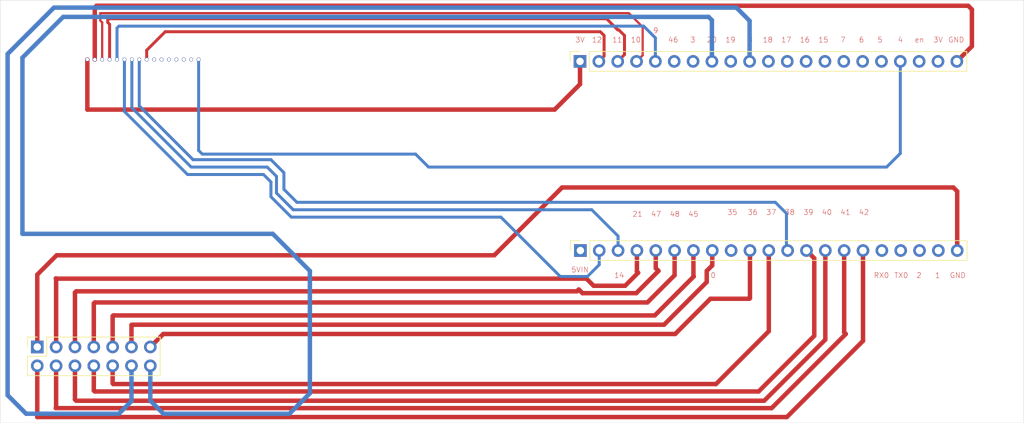
<source format=kicad_pcb>
(kicad_pcb (version 20241229) (generator "pcbnew") (generator_version "9.0")
  (layers (0 "F.Cu" signal) (2 "B.Cu" signal) (13 "F.Paste" user) (15 "B.Paste" user) (5 "F.SilkS" user "F.Silkscreen") (7 "B.SilkS" user "B.Silkscreen") (1 "F.Mask" user) (3 "B.Mask" user) (25 "Edge.Cuts" user))
  (net 0 "")
  (net 1 ".")
  (footprint "Connector_PinSocket_2.54mm:PinSocket_1x21_P2.54mm_Vertical" (layer "F.Cu") (at 157.72 109.75 90)
    (property "Reference" "REF**" (hide yes))
    (property "Value" "PinSocket_1x21_P2.54mm_Vertical" (hide yes))
    (fp_line (start 1.33 -1.33) (end 1.33 0) (stroke (width 0.12)) (layer "F.SilkS"))
    (fp_line (start 0 -1.33) (end 1.33 -1.33) (stroke (width 0.12)) (layer "F.SilkS"))
    (fp_line (start 1.33 1.27) (end 1.33 52.13) (stroke (width 0.12)) (layer "F.SilkS"))
    (fp_line (start -1.33 1.27) (end 1.33 1.27) (stroke (width 0.12)) (layer "F.SilkS"))
    (fp_line (start -1.33 1.27) (end -1.33 52.13) (stroke (width 0.12)) (layer "F.SilkS"))
    (fp_line (start -1.33 52.13) (end 1.33 52.13) (stroke (width 0.12)) (layer "F.SilkS"))
    (pad "1" thru_hole rect (at 0 0 90) (size 1.7 1.7) (drill 1) (layers "*.Cu" "*.Mask") (net 1 "."))
    (pad "2" thru_hole circle (at 0 2.54 90) (size 1.7 1.7) (drill 1) (layers "*.Cu" "*.Mask") (net 1 "."))
    (pad "3" thru_hole circle (at 0 5.08 90) (size 1.7 1.7) (drill 1) (layers "*.Cu" "*.Mask") (net 1 "."))
    (pad "4" thru_hole circle (at 0 7.62 90) (size 1.7 1.7) (drill 1) (layers "*.Cu" "*.Mask") (net 1 "."))
    (pad "5" thru_hole circle (at 0 10.16 90) (size 1.7 1.7) (drill 1) (layers "*.Cu" "*.Mask") (net 1 "."))
    (pad "6" thru_hole circle (at 0 12.7 90) (size 1.7 1.7) (drill 1) (layers "*.Cu" "*.Mask") (net 1 "."))
    (pad "7" thru_hole circle (at 0 15.24 90) (size 1.7 1.7) (drill 1) (layers "*.Cu" "*.Mask") (net 1 "."))
    (pad "8" thru_hole circle (at 0 17.78 90) (size 1.7 1.7) (drill 1) (layers "*.Cu" "*.Mask") (net 1 "."))
    (pad "9" thru_hole circle (at 0 20.32 90) (size 1.7 1.7) (drill 1) (layers "*.Cu" "*.Mask") (net 1 "."))
    (pad "10" thru_hole circle (at 0 22.86 90) (size 1.7 1.7) (drill 1) (layers "*.Cu" "*.Mask") (net 1 "."))
    (pad "11" thru_hole circle (at 0 25.4 90) (size 1.7 1.7) (drill 1) (layers "*.Cu" "*.Mask") (net 1 "."))
    (pad "12" thru_hole circle (at 0 27.94 90) (size 1.7 1.7) (drill 1) (layers "*.Cu" "*.Mask") (net 1 "."))
    (pad "13" thru_hole circle (at 0 30.48 90) (size 1.7 1.7) (drill 1) (layers "*.Cu" "*.Mask") (net 1 "."))
    (pad "14" thru_hole circle (at 0 33.02 90) (size 1.7 1.7) (drill 1) (layers "*.Cu" "*.Mask") (net 1 "."))
    (pad "15" thru_hole circle (at 0 35.56 90) (size 1.7 1.7) (drill 1) (layers "*.Cu" "*.Mask") (net 1 "."))
    (pad "16" thru_hole circle (at 0 38.1 90) (size 1.7 1.7) (drill 1) (layers "*.Cu" "*.Mask") (net 1 "."))
    (pad "17" thru_hole circle (at 0 40.64 90) (size 1.7 1.7) (drill 1) (layers "*.Cu" "*.Mask") (net 1 "."))
    (pad "18" thru_hole circle (at 0 43.18 90) (size 1.7 1.7) (drill 1) (layers "*.Cu" "*.Mask") (net 1 "."))
    (pad "19" thru_hole circle (at 0 45.72 90) (size 1.7 1.7) (drill 1) (layers "*.Cu" "*.Mask") (net 1 "."))
    (pad "20" thru_hole circle (at 0 48.26 90) (size 1.7 1.7) (drill 1) (layers "*.Cu" "*.Mask") (net 1 "."))
    (pad "21" thru_hole circle (at 0 50.8 90) (size 1.7 1.7) (drill 1) (layers "*.Cu" "*.Mask") (net 1 "."))
  )
  (footprint "Connector_PinSocket_2.54mm:PinSocket_2x07_P2.54mm_Vertical" (layer "F.Cu") (at 84.5 122.75 90)
    (property "Reference" "REF**" (hide yes))
    (property "Value" "PinSocket_2x07_P2.54mm_Vertical" (hide yes))
    (fp_line (start 1.33 -1.33) (end 1.33 0) (stroke (width 0.12)) (layer "F.SilkS"))
    (fp_line (start 0 -1.33) (end 1.33 -1.33) (stroke (width 0.12)) (layer "F.SilkS"))
    (fp_line (start -1.27 -1.33) (end -1.27 1.27) (stroke (width 0.12)) (layer "F.SilkS"))
    (fp_line (start -3.87 -1.33) (end -1.27 -1.33) (stroke (width 0.12)) (layer "F.SilkS"))
    (fp_line (start -3.87 -1.33) (end -3.87 16.57) (stroke (width 0.12)) (layer "F.SilkS"))
    (fp_line (start 1.33 1.27) (end 1.33 16.57) (stroke (width 0.12)) (layer "F.SilkS"))
    (fp_line (start -1.27 1.27) (end 1.33 1.27) (stroke (width 0.12)) (layer "F.SilkS"))
    (fp_line (start -3.87 16.57) (end 1.33 16.57) (stroke (width 0.12)) (layer "F.SilkS"))
    (pad "1" thru_hole rect (at 0 0 90) (size 1.7 1.7) (drill 1) (layers "*.Cu" "*.Mask") (net 1 "."))
    (pad "2" thru_hole circle (at -2.54 0 90) (size 1.7 1.7) (drill 1) (layers "*.Cu" "*.Mask") (net 1 "."))
    (pad "3" thru_hole circle (at 0 2.54 90) (size 1.7 1.7) (drill 1) (layers "*.Cu" "*.Mask") (net 1 "."))
    (pad "4" thru_hole circle (at -2.54 2.54 90) (size 1.7 1.7) (drill 1) (layers "*.Cu" "*.Mask") (net 1 "."))
    (pad "5" thru_hole circle (at 0 5.08 90) (size 1.7 1.7) (drill 1) (layers "*.Cu" "*.Mask") (net 1 "."))
    (pad "6" thru_hole circle (at -2.54 5.08 90) (size 1.7 1.7) (drill 1) (layers "*.Cu" "*.Mask") (net 1 "."))
    (pad "7" thru_hole circle (at 0 7.62 90) (size 1.7 1.7) (drill 1) (layers "*.Cu" "*.Mask") (net 1 "."))
    (pad "8" thru_hole circle (at -2.54 7.62 90) (size 1.7 1.7) (drill 1) (layers "*.Cu" "*.Mask") (net 1 "."))
    (pad "9" thru_hole circle (at 0 10.16 90) (size 1.7 1.7) (drill 1) (layers "*.Cu" "*.Mask") (net 1 "."))
    (pad "10" thru_hole circle (at -2.54 10.16 90) (size 1.7 1.7) (drill 1) (layers "*.Cu" "*.Mask") (net 1 "."))
    (pad "11" thru_hole circle (at 0 12.7 90) (size 1.7 1.7) (drill 1) (layers "*.Cu" "*.Mask") (net 1 "."))
    (pad "12" thru_hole circle (at -2.54 12.7 90) (size 1.7 1.7) (drill 1) (layers "*.Cu" "*.Mask"))
    (pad "13" thru_hole circle (at 0 15.24 90) (size 1.7 1.7) (drill 1) (layers "*.Cu" "*.Mask") (net 1 "."))
    (pad "14" thru_hole circle (at -2.54 15.24 90) (size 1.7 1.7) (drill 1) (layers "*.Cu" "*.Mask"))
  )
  (footprint "MountingHole:MountingHole_2.5mm" (layer "F.Cu") (at 90.75 99.25)
    (property "Reference" "REF**" (hide yes))
    (property "Value" "MountingHole_2.5mm" (hide yes))
    (pad "" np_thru_hole circle (at 0 0) (size 13 13) (drill 13) (layers "*.Cu" "*.Mask"))
  )
  (footprint "Connector_PinSocket_2.54mm:PinSocket_1x21_P2.54mm_Vertical" (layer "F.Cu") (at 157.67 84.25 90)
    (property "Reference" "REF**" (hide yes))
    (property "Value" "PinSocket_1x21_P2.54mm_Vertical" (hide yes))
    (fp_line (start 1.33 -1.33) (end 1.33 0) (stroke (width 0.12)) (layer "F.SilkS"))
    (fp_line (start 0 -1.33) (end 1.33 -1.33) (stroke (width 0.12)) (layer "F.SilkS"))
    (fp_line (start 1.33 1.27) (end 1.33 52.13) (stroke (width 0.12)) (layer "F.SilkS"))
    (fp_line (start -1.33 1.27) (end 1.33 1.27) (stroke (width 0.12)) (layer "F.SilkS"))
    (fp_line (start -1.33 1.27) (end -1.33 52.13) (stroke (width 0.12)) (layer "F.SilkS"))
    (fp_line (start -1.33 52.13) (end 1.33 52.13) (stroke (width 0.12)) (layer "F.SilkS"))
    (pad "1" thru_hole rect (at 0 0 90) (size 1.7 1.7) (drill 1) (layers "*.Cu" "*.Mask"))
    (pad "2" thru_hole circle (at 0 2.54 90) (size 1.7 1.7) (drill 1) (layers "*.Cu" "*.Mask"))
    (pad "3" thru_hole circle (at 0 5.08 90) (size 1.7 1.7) (drill 1) (layers "*.Cu" "*.Mask"))
    (pad "4" thru_hole circle (at 0 7.62 90) (size 1.7 1.7) (drill 1) (layers "*.Cu" "*.Mask"))
    (pad "5" thru_hole circle (at 0 10.16 90) (size 1.7 1.7) (drill 1) (layers "*.Cu" "*.Mask"))
    (pad "6" thru_hole circle (at 0 12.7 90) (size 1.7 1.7) (drill 1) (layers "*.Cu" "*.Mask"))
    (pad "7" thru_hole circle (at 0 15.24 90) (size 1.7 1.7) (drill 1) (layers "*.Cu" "*.Mask"))
    (pad "8" thru_hole circle (at 0 17.78 90) (size 1.7 1.7) (drill 1) (layers "*.Cu" "*.Mask"))
    (pad "9" thru_hole circle (at 0 20.32 90) (size 1.7 1.7) (drill 1) (layers "*.Cu" "*.Mask"))
    (pad "10" thru_hole circle (at 0 22.86 90) (size 1.7 1.7) (drill 1) (layers "*.Cu" "*.Mask"))
    (pad "11" thru_hole circle (at 0 25.4 90) (size 1.7 1.7) (drill 1) (layers "*.Cu" "*.Mask"))
    (pad "12" thru_hole circle (at 0 27.94 90) (size 1.7 1.7) (drill 1) (layers "*.Cu" "*.Mask"))
    (pad "13" thru_hole circle (at 0 30.48 90) (size 1.7 1.7) (drill 1) (layers "*.Cu" "*.Mask"))
    (pad "14" thru_hole circle (at 0 33.02 90) (size 1.7 1.7) (drill 1) (layers "*.Cu" "*.Mask"))
    (pad "15" thru_hole circle (at 0 35.56 90) (size 1.7 1.7) (drill 1) (layers "*.Cu" "*.Mask"))
    (pad "16" thru_hole circle (at 0 38.1 90) (size 1.7 1.7) (drill 1) (layers "*.Cu" "*.Mask"))
    (pad "17" thru_hole circle (at 0 40.64 90) (size 1.7 1.7) (drill 1) (layers "*.Cu" "*.Mask"))
    (pad "18" thru_hole circle (at 0 43.18 90) (size 1.7 1.7) (drill 1) (layers "*.Cu" "*.Mask"))
    (pad "19" thru_hole circle (at 0 45.72 90) (size 1.7 1.7) (drill 1) (layers "*.Cu" "*.Mask"))
    (pad "20" thru_hole circle (at 0 48.26 90) (size 1.7 1.7) (drill 1) (layers "*.Cu" "*.Mask"))
    (pad "21" thru_hole circle (at 0 50.8 90) (size 1.7 1.7) (drill 1) (layers "*.Cu" "*.Mask"))
  )
  (gr_line (start 217.5 76) (end 79.5 76) (stroke (width 0.05)) (layer "Edge.Cuts"))
  (gr_line (start 217.5 133) (end 217.5 76) (stroke (width 0.05)) (layer "Edge.Cuts"))
  (gr_line (start 217.5 133) (end 79.5 133) (stroke (width 0.05)) (layer "Edge.Cuts"))
  (gr_line (start 79.5 76) (end 79.5 133) (stroke (width 0.05)) (layer "Edge.Cuts"))
  (gr_text "en" (at 202.78 81.75 0) (layer "F.Cu") (effects (font (size 0.7 0.7) (thickness 0.05)) (justify left bottom)))
  (gr_text "11" (at 162 81.75 0) (layer "F.Cu") (effects (font (size 0.7 0.7) (thickness 0.05)) (justify left bottom)))
  (gr_text "19" (at 177.25 81.75 0) (layer "F.Cu") (effects (font (size 0.7 0.7) (thickness 0.05)) (justify left bottom)))
  (gr_text "14" (at 162.25 113.5 0) (layer "F.Cu") (effects (font (size 0.7 0.7) (thickness 0.05)) (justify left bottom)))
  (gr_text "21" (at 164.72 105.25 0) (layer "F.Cu") (effects (font (size 0.7 0.7) (thickness 0.05)) (justify left bottom)))
  (gr_text "40" (at 190.25 105 0) (layer "F.Cu") (effects (font (size 0.7 0.7) (thickness 0.05)) (justify left bottom)))
  (gr_text "39" (at 187.75 105 0) (layer "F.Cu") (effects (font (size 0.7 0.7) (thickness 0.05)) (justify left bottom)))
  (gr_text "6" (at 195.25 81.75 0) (layer "F.Cu") (effects (font (size 0.7 0.7) (thickness 0.05)) (justify left bottom)))
  (gr_text "42\n" (at 195.25 105 0) (layer "F.Cu") (effects (font (size 0.7 0.7) (thickness 0.05)) (justify left bottom)))
  (gr_text "46" (at 169.53 81.75 0) (layer "F.Cu") (effects (font (size 0.7 0.7) (thickness 0.05)) (justify left bottom)))
  (gr_text "TX0" (at 200 113.5 0) (layer "F.Cu") (effects (font (size 0.7 0.7) (thickness 0.05)) (justify left bottom)))
  (gr_text "3V" (at 205.28 81.75 0) (layer "F.Cu") (effects (font (size 0.7 0.7) (thickness 0.05)) (justify left bottom)))
  (gr_text "8" (at 180.25 81.75 0) (layer "F.Cu") (effects (font (size 0.7 0.7) (thickness 0.05)) (justify left bottom)))
  (gr_text "7" (at 192.75 81.75 0) (layer "F.Cu") (effects (font (size 0.7 0.7) (thickness 0.05)) (justify left bottom)))
  (gr_text "1" (at 205.5 113.5 0) (layer "F.Cu") (effects (font (size 0.7 0.7) (thickness 0.05)) (justify left bottom)))
  (gr_text "GND" (at 207.5 113.5 0) (layer "F.Cu") (effects (font (size 0.7 0.7) (thickness 0.05)) (justify left bottom)))
  (gr_text "37" (at 182.75 105 0) (layer "F.Cu") (effects (font (size 0.7 0.7) (thickness 0.05)) (justify left bottom)))
  (gr_text "36" (at 180.25 105 0) (layer "F.Cu") (effects (font (size 0.7 0.7) (thickness 0.05)) (justify left bottom)))
  (gr_text "17" (at 184.78 81.75 0) (layer "F.Cu") (effects (font (size 0.7 0.7) (thickness 0.05)) (justify left bottom)))
  (gr_text "3V" (at 157 81.75 0) (layer "F.Cu") (effects (font (size 0.7 0.7) (thickness 0.05)) (justify left bottom)))
  (gr_text "12" (at 159.25 81.75 0) (layer "F.Cu") (effects (font (size 0.7 0.7) (thickness 0.05)) (justify left bottom)))
  (gr_text "38" (at 185.25 105 0) (layer "F.Cu") (effects (font (size 0.7 0.7) (thickness 0.05)) (justify left bottom)))
  (gr_text "10" (at 164.5 81.75 0) (layer "F.Cu") (effects (font (size 0.7 0.7) (thickness 0.05)) (justify left bottom)))
  (gr_text "0" (at 175.25 113.5 0) (layer "F.Cu") (effects (font (size 0.7 0.7) (thickness 0.05)) (justify left bottom)))
  (gr_text "2" (at 203 113.5 0) (layer "F.Cu") (effects (font (size 0.7 0.7) (thickness 0.05)) (justify left bottom)))
  (gr_text "3" (at 172.5 81.75 0) (layer "F.Cu") (effects (font (size 0.7 0.7) (thickness 0.05)) (justify left bottom)))
  (gr_text "35" (at 177.5 105 0) (layer "F.Cu") (effects (font (size 0.7 0.7) (thickness 0.05)) (justify left bottom)))
  (gr_text "RX0" (at 197.25 113.5 0) (layer "F.Cu") (effects (font (size 0.7 0.7) (thickness 0.05)) (justify left bottom)))
  (gr_text "41" (at 192.75 105 0) (layer "F.Cu") (effects (font (size 0.7 0.7) (thickness 0.05)) (justify left bottom)))
  (gr_text "5VIN" (at 156.47 112.75 0) (layer "F.Cu") (effects (font (size 0.7 0.7) (thickness 0.05)) (justify left bottom)))
  (gr_text "45" (at 172.25 105.25 0) (layer "F.Cu") (effects (font (size 0.7 0.7) (thickness 0.05)) (justify left bottom)))
  (gr_text "18" (at 182.28 81.75 0) (layer "F.Cu") (effects (font (size 0.7 0.7) (thickness 0.05)) (justify left bottom)))
  (gr_text "48" (at 169.75 105.25 0) (layer "F.Cu") (effects (font (size 0.7 0.7) (thickness 0.05)) (justify left bottom)))
  (gr_text "5" (at 197.75 81.75 0) (layer "F.Cu") (effects (font (size 0.7 0.7) (thickness 0.05)) (justify left bottom)))
  (gr_text "GND" (at 207.28 81.75 0) (layer "F.Cu") (effects (font (size 0.7 0.7) (thickness 0.05)) (justify left bottom)))
  (gr_text "15" (at 189.78 81.75 0) (layer "F.Cu") (effects (font (size 0.7 0.7) (thickness 0.05)) (justify left bottom)))
  (gr_text "9" (at 167.5 80.5 0) (layer "F.Cu") (effects (font (size 0.7 0.7) (thickness 0.05)) (justify left bottom)))
  (gr_text "20" (at 174.75 81.75 0) (layer "F.Cu") (effects (font (size 0.7 0.7) (thickness 0.05)) (justify left bottom)))
  (gr_text "4" (at 200.5 81.75 0) (layer "F.Cu") (effects (font (size 0.7 0.7) (thickness 0.05)) (justify left bottom)))
  (gr_text "47" (at 167.22 105.25 0) (layer "F.Cu") (effects (font (size 0.7 0.7) (thickness 0.05)) (justify left bottom)))
  (gr_text "16" (at 187.28 81.75 0) (layer "F.Cu") (effects (font (size 0.7 0.7) (thickness 0.05)) (justify left bottom)))
  (segment (start 160.915629 80.763898) (end 160.915629 83.544371) (width 0.4) (layer "F.Cu") (net 0))
  (segment (start 93 77.75) (end 164.25 77.75) (width 0.3) (layer "F.Cu") (net 0))
  (segment (start 166.11551 83.42449) (end 165.29 84.25) (width 0.3) (layer "F.Cu") (net 0))
  (segment (start 93.25 79) (end 93 78.75) (width 0.3) (layer "F.Cu") (net 0))
  (segment (start 160.401731 80.25) (end 160.915629 80.763898) (width 0.4) (layer "F.Cu") (net 0))
  (segment (start 94 78.5) (end 161.25 78.5) (width 0.4) (layer "F.Cu") (net 0))
  (segment (start 93 78.75) (end 93 77.75) (width 0.3) (layer "F.Cu") (net 0))
  (segment (start 160.915629 83.544371) (end 160.21 84.25) (width 0.4) (layer "F.Cu") (net 0))
  (segment (start 162.75 80) (end 162.899709 80) (width 0.4) (layer "F.Cu") (net 0))
  (segment (start 157.67 87.33) (end 157.67 84.25) (width 0.6) (layer "F.Cu") (net 0))
  (segment (start 154.25 90.75) (end 157.67 87.33) (width 0.6) (layer "F.Cu") (net 0))
  (segment (start 164.25 77.75) (end 166.11551 79.61551) (width 0.3) (layer "F.Cu") (net 0))
  (segment (start 163.663894 83.336106) (end 162.75 84.25) (width 0.4) (layer "F.Cu") (net 0))
  (segment (start 92.25 77) (end 92.5 76.75) (width 0.6) (layer "F.Cu") (net 0))
  (segment (start 99.25 82.75) (end 101.75 80.25) (width 0.4) (layer "F.Cu") (net 0))
  (segment (start 161.25 78.5) (end 162.75 80) (width 0.4) (layer "F.Cu") (net 0))
  (segment (start 210.5 82.22) (end 208.47 84.25) (width 0.6) (layer "F.Cu") (net 0))
  (segment (start 91.25 84) (end 91.25 90.75) (width 0.6) (layer "F.Cu") (net 0))
  (segment (start 210 76.75) (end 210.5 77.25) (width 0.6) (layer "F.Cu") (net 0))
  (segment (start 91.25 90.75) (end 154.25 90.75) (width 0.6) (layer "F.Cu") (net 0))
  (segment (start 163.663894 80.764185) (end 163.663894 83.336106) (width 0.4) (layer "F.Cu") (net 0))
  (segment (start 92.25 84) (end 92.25 77) (width 0.6) (layer "F.Cu") (net 0))
  (segment (start 162.899709 80) (end 163.663894 80.764185) (width 0.4) (layer "F.Cu") (net 0))
  (segment (start 92.5 76.75) (end 210 76.75) (width 0.6) (layer "F.Cu") (net 0))
  (segment (start 93.25 84) (end 93.25 79) (width 0.3) (layer "F.Cu") (net 0))
  (segment (start 99.25 84) (end 99.25 82.75) (width 0.4) (layer "F.Cu") (net 0))
  (segment (start 94.25 79.25) (end 94 79) (width 0.4) (layer "F.Cu") (net 0))
  (segment (start 94.25 84) (end 94.25 79.25) (width 0.4) (layer "F.Cu") (net 0))
  (segment (start 210.5 77.25) (end 210.5 82.22) (width 0.6) (layer "F.Cu") (net 0))
  (segment (start 101.75 80.25) (end 160.401731 80.25) (width 0.4) (layer "F.Cu") (net 0))
  (segment (start 166.11551 79.61551) (end 166.11551 83.42449) (width 0.3) (layer "F.Cu") (net 0))
  (segment (start 94 79) (end 94 78.5) (width 0.4) (layer "F.Cu") (net 0))
  (via (at 93.25 84) (size 0.5) (drill 0.4) (layers "F.Cu" "B.Cu") (net 0))
  (via (at 105.25 84) (size 0.5) (drill 0.4) (layers "F.Cu" "B.Cu") (net 0))
  (via (at 99.25 84) (size 0.5) (drill 0.4) (layers "F.Cu" "B.Cu") (net 0))
  (via (at 91.25 84) (size 0.5) (drill 0.4) (layers "F.Cu" "B.Cu") (net 0))
  (via (at 99.25 84) (size 0.5) (drill 0.4) (layers "F.Cu" "B.Cu") (net 0))
  (via (at 92.25 84) (size 0.5) (drill 0.4) (layers "F.Cu" "B.Cu") (net 0))
  (via (at 103.25 84) (size 0.5) (drill 0.4) (layers "F.Cu" "B.Cu") (net 0))
  (via (at 100.25 84) (size 0.5) (drill 0.4) (layers "F.Cu" "B.Cu") (net 0))
  (via (at 106.25 84) (size 0.5) (drill 0.4) (layers "F.Cu" "B.Cu") (net 0))
  (via (at 102.25 84) (size 0.5) (drill 0.4) (layers "F.Cu" "B.Cu") (net 0))
  (via (at 104.25 84) (size 0.5) (drill 0.4) (layers "F.Cu" "B.Cu") (net 0))
  (via (at 103.25 84) (size 0.5) (drill 0.4) (layers "F.Cu" "B.Cu") (net 0))
  (via (at 95.25 84) (size 0.5) (drill 0.4) (layers "F.Cu" "B.Cu") (net 0))
  (via (at 94.25 84) (size 0.5) (drill 0.4) (layers "F.Cu" "B.Cu") (net 0))
  (via (at 106.25 84) (size 0.5) (drill 0.4) (layers "F.Cu" "B.Cu") (net 0))
  (via (at 104.25 84) (size 0.5) (drill 0.4) (layers "F.Cu" "B.Cu") (net 0))
  (via (at 93.25 84) (size 0.5) (drill 0.4) (layers "F.Cu" "B.Cu") (net 0))
  (via (at 92.25 84) (size 0.5) (drill 0.4) (layers "F.Cu" "B.Cu") (net 0))
  (via (at 95.25 84) (size 0.5) (drill 0.4) (layers "F.Cu" "B.Cu") (net 0))
  (via (at 102.25 84) (size 0.5) (drill 0.4) (layers "F.Cu" "B.Cu") (net 0))
  (via (at 100.25 84) (size 0.5) (drill 0.4) (layers "F.Cu" "B.Cu") (net 0))
  (via (at 101.25 84) (size 0.5) (drill 0.4) (layers "F.Cu" "B.Cu") (net 0))
  (via (at 94.25 84) (size 0.5) (drill 0.4) (layers "F.Cu" "B.Cu") (net 0))
  (via (at 91.25 84) (size 0.5) (drill 0.4) (layers "F.Cu" "B.Cu") (net 0))
  (via (at 101.25 84) (size 0.5) (drill 0.4) (layers "F.Cu" "B.Cu") (net 0))
  (via (at 105.25 84) (size 0.5) (drill 0.4) (layers "F.Cu" "B.Cu") (net 0))
  (segment (start 97.2 125.29) (end 97.2 130.05) (width 0.6) (layer "B.Cu") (net 0))
  (segment (start 95.25 79.75) (end 95.5 79.5) (width 0.4) (layer "B.Cu") (net 0))
  (segment (start 167.83 81.08) (end 167.83 84.25) (width 0.4) (layer "B.Cu") (net 0))
  (segment (start 83 131.75) (end 80.5 129.25) (width 0.6) (layer "B.Cu") (net 0))
  (segment (start 95.5 79.5) (end 166.25 79.5) (width 0.4) (layer "B.Cu") (net 0))
  (segment (start 135.5 96.75) (end 137.25 98.5) (width 0.4) (layer "B.Cu") (net 0))
  (segment (start 95.25 84) (end 95.25 79.75) (width 0.4) (layer "B.Cu") (net 0))
  (segment (start 116.25 107.5) (end 82.5 107.5) (width 0.6) (layer "B.Cu") (net 0))
  (segment (start 80.5 129.25) (end 80.5 83.25) (width 0.6) (layer "B.Cu") (net 0))
  (segment (start 175 78.25) (end 175.45 78.7) (width 0.6) (layer "B.Cu") (net 0))
  (segment (start 175.45 78.7) (end 175.45 84.25) (width 0.6) (layer "B.Cu") (net 0))
  (segment (start 101.5 131.75) (end 118.5 131.75) (width 0.6) (layer "B.Cu") (net 0))
  (segment (start 99.74 129.99) (end 101.5 131.75) (width 0.6) (layer "B.Cu") (net 0))
  (segment (start 200.75 96.75) (end 200.85 96.65) (width 0.4) (layer "B.Cu") (net 0))
  (segment (start 121.25 112.5) (end 116.25 107.5) (width 0.6) (layer "B.Cu") (net 0))
  (segment (start 88 78.25) (end 175 78.25) (width 0.6) (layer "B.Cu") (net 0))
  (segment (start 199 98.5) (end 200.75 96.75) (width 0.4) (layer "B.Cu") (net 0))
  (segment (start 106.25 96.25) (end 106.75 96.75) (width 0.4) (layer "B.Cu") (net 0))
  (segment (start 137.25 98.5) (end 199 98.5) (width 0.4) (layer "B.Cu") (net 0))
  (segment (start 86.75 77) (end 178.75 77) (width 0.6) (layer "B.Cu") (net 0))
  (segment (start 106.75 96.75) (end 135.5 96.75) (width 0.4) (layer "B.Cu") (net 0))
  (segment (start 121.25 129) (end 121.25 112.5) (width 0.6) (layer "B.Cu") (net 0))
  (segment (start 97.2 130.05) (end 95.5 131.75) (width 0.6) (layer "B.Cu") (net 0))
  (segment (start 180.53 78.78) (end 180.53 84.25) (width 0.6) (layer "B.Cu") (net 0))
  (segment (start 106.25 84) (end 106.25 96.25) (width 0.4) (layer "B.Cu") (net 0))
  (segment (start 118.5 131.75) (end 121.25 129) (width 0.6) (layer "B.Cu") (net 0))
  (segment (start 99.74 125.29) (end 99.74 129.99) (width 0.6) (layer "B.Cu") (net 0))
  (segment (start 95.5 131.75) (end 83 131.75) (width 0.6) (layer "B.Cu") (net 0))
  (segment (start 200.85 96.65) (end 200.85 84.25) (width 0.4) (layer "B.Cu") (net 0))
  (segment (start 166.25 79.5) (end 167.83 81.08) (width 0.4) (layer "B.Cu") (net 0))
  (segment (start 80.5 83.25) (end 86.75 77) (width 0.6) (layer "B.Cu") (net 0))
  (segment (start 178.75 77) (end 180.53 78.78) (width 0.6) (layer "B.Cu") (net 0))
  (segment (start 82.5 83.75) (end 88 78.25) (width 0.6) (layer "B.Cu") (net 0))
  (segment (start 82.5 107.5) (end 82.5 83.75) (width 0.6) (layer "B.Cu") (net 0))
  (segment (start 94.75 118.5) (end 167.75 118.5) (width 0.6) (layer "F.Cu") (net 1))
  (segment (start 158.54 113.54) (end 159.5 114.5) (width 0.6) (layer "F.Cu") (net 1))
  (segment (start 175.25 116.25) (end 180.5 116.25) (width 0.6) (layer "F.Cu") (net 1))
  (segment (start 87.04 130.96) (end 87 131) (width 0.6) (layer "F.Cu") (net 1))
  (segment (start 97.25 119.75) (end 169 119.75) (width 0.6) (layer "F.Cu") (net 1))
  (segment (start 168.25 112.5) (end 167.88 112.13) (width 0.6) (layer "F.Cu") (net 1))
  (segment (start 183.12 120.63) (end 183.12 109.75) (width 0.6) (layer "F.Cu") (net 1))
  (segment (start 193.5 121) (end 193.28 120.78) (width 0.6) (layer "F.Cu") (net 1))
  (segment (start 87.04 113.54) (end 87 113.5) (width 0.6) (layer "F.Cu") (net 1))
  (segment (start 92.12 122.75) (end 92.12 116.88) (width 0.6) (layer "F.Cu") (net 1))
  (segment (start 176 127.75) (end 183.12 120.63) (width 0.6) (layer "F.Cu") (net 1))
  (segment (start 173 113.25) (end 172.96 113.21) (width 0.6) (layer "F.Cu") (net 1))
  (segment (start 178 109.79) (end 178.04 109.75) (width 0.6) (layer "F.Cu") (net 1))
  (segment (start 84.5 113) (end 87.109 110.391) (width 0.6) (layer "F.Cu") (net 1))
  (segment (start 159.5 114.5) (end 163.75 114.5) (width 0.6) (layer "F.Cu") (net 1))
  (segment (start 89.58 129.83) (end 89.75 130) (width 0.6) (layer "F.Cu") (net 1))
  (segment (start 208 101.25) (end 208.52 101.77) (width 0.6) (layer "F.Cu") (net 1))
  (segment (start 180.5 116.25) (end 180.58 116.17) (width 0.6) (layer "F.Cu") (net 1))
  (segment (start 89.75 115.25) (end 157.25 115.25) (width 0.6) (layer "F.Cu") (net 1))
  (segment (start 185.551 132.199) (end 195.82 121.93) (width 0.6) (layer "F.Cu") (net 1))
  (segment (start 193.28 120.78) (end 193.28 109.75) (width 0.6) (layer "F.Cu") (net 1))
  (segment (start 170.42 113.08) (end 170.42 109.75) (width 0.6) (layer "F.Cu") (net 1))
  (segment (start 183.5 131) (end 193.5 121) (width 0.6) (layer "F.Cu") (net 1))
  (segment (start 158 115.5) (end 165.25 115.5) (width 0.6) (layer "F.Cu") (net 1))
  (segment (start 94.66 125.29) (end 94.66 127.66) (width 0.6) (layer "F.Cu") (net 1))
  (segment (start 181.75 128.75) (end 189.25 121.25) (width 0.6) (layer "F.Cu") (net 1))
  (segment (start 189.25 110.8) (end 188.2 109.75) (width 0.6) (layer "F.Cu") (net 1))
  (segment (start 87.04 125.29) (end 87.04 130.96) (width 0.6) (layer "F.Cu") (net 1))
  (segment (start 87.04 113.54) (end 158.54 113.54) (width 0.6) (layer "F.Cu") (net 1))
  (segment (start 208.52 101.77) (end 208.52 109.75) (width 0.6) (layer "F.Cu") (net 1))
  (segment (start 157.5 115) (end 158 115.5) (width 0.6) (layer "F.Cu") (net 1))
  (segment (start 87 131) (end 183.5 131) (width 0.6) (layer "F.Cu") (net 1))
  (segment (start 92.12 128.62) (end 92.25 128.75) (width 0.6) (layer "F.Cu") (net 1))
  (segment (start 195.82 121.93) (end 195.82 109.75) (width 0.6) (layer "F.Cu") (net 1))
  (segment (start 190.74 121.76) (end 190.74 109.75) (width 0.6) (layer "F.Cu") (net 1))
  (segment (start 167.75 118.5) (end 173 113.25) (width 0.6) (layer "F.Cu") (net 1))
  (segment (start 174.75 112.5) (end 175.5 111.75) (width 0.6) (layer "F.Cu") (net 1))
  (segment (start 165.34 112.59) (end 165.34 109.75) (width 0.6) (layer "F.Cu") (net 1))
  (segment (start 89.58 125.29) (end 89.58 129.83) (width 0.6) (layer "F.Cu") (net 1))
  (segment (start 165.25 115.5) (end 168.25 112.5) (width 0.6) (layer "F.Cu") (net 1))
  (segment (start 157.25 115.25) (end 157.5 115) (width 0.6) (layer "F.Cu") (net 1))
  (segment (start 146.109 110.391) (end 155.25 101.25) (width 0.6) (layer "F.Cu") (net 1))
  (segment (start 165.5 112.75) (end 165.34 112.59) (width 0.6) (layer "F.Cu") (net 1))
  (segment (start 87.04 122.75) (end 87.04 113.54) (width 0.6) (layer "F.Cu") (net 1))
  (segment (start 97.2 122.75) (end 97.2 119.8) (width 0.6) (layer "F.Cu") (net 1))
  (segment (start 94.75 127.75) (end 176 127.75) (width 0.6) (layer "F.Cu") (net 1))
  (segment (start 155.25 101.25) (end 208 101.25) (width 0.6) (layer "F.Cu") (net 1))
  (segment (start 166.75 116.75) (end 170.42 113.08) (width 0.6) (layer "F.Cu") (net 1))
  (segment (start 172.96 113.21) (end 172.96 109.75) (width 0.6) (layer "F.Cu") (net 1))
  (segment (start 101.49 121) (end 170.5 121) (width 0.6) (layer "F.Cu") (net 1))
  (segment (start 89.58 122.75) (end 89.58 115.42) (width 0.6) (layer "F.Cu") (net 1))
  (segment (start 97.2 119.8) (end 97.25 119.75) (width 0.6) (layer "F.Cu") (net 1))
  (segment (start 94.66 122.75) (end 94.66 118.59) (width 0.6) (layer "F.Cu") (net 1))
  (segment (start 84.5 122.75) (end 84.5 113) (width 0.6) (layer "F.Cu") (net 1))
  (segment (start 89.75 130) (end 182.5 130) (width 0.6) (layer "F.Cu") (net 1))
  (segment (start 175.5 111.75) (end 175.5 109.75) (width 0.6) (layer "F.Cu") (net 1))
  (segment (start 94.66 118.59) (end 94.75 118.5) (width 0.6) (layer "F.Cu") (net 1))
  (segment (start 170.5 121) (end 175.25 116.25) (width 0.6) (layer "F.Cu") (net 1))
  (segment (start 92.12 116.88) (end 92.25 116.75) (width 0.6) (layer "F.Cu") (net 1))
  (segment (start 94.66 127.66) (end 94.75 127.75) (width 0.6) (layer "F.Cu") (net 1))
  (segment (start 174.75 114) (end 174.75 112.5) (width 0.6) (layer "F.Cu") (net 1))
  (segment (start 89.58 115.42) (end 89.75 115.25) (width 0.6) (layer "F.Cu") (net 1))
  (segment (start 99.74 122.75) (end 101.49 121) (width 0.6) (layer "F.Cu") (net 1))
  (segment (start 84.5 125.29) (end 84.5 132.199) (width 0.6) (layer "F.Cu") (net 1))
  (segment (start 167.88 112.13) (end 167.88 109.75) (width 0.6) (layer "F.Cu") (net 1))
  (segment (start 92.25 116.75) (end 166.75 116.75) (width 0.6) (layer "F.Cu") (net 1))
  (segment (start 169 119.75) (end 174.75 114) (width 0.6) (layer "F.Cu") (net 1))
  (segment (start 92.25 128.75) (end 181.75 128.75) (width 0.6) (layer "F.Cu") (net 1))
  (segment (start 84.5 132.199) (end 185.551 132.199) (width 0.6) (layer "F.Cu") (net 1))
  (segment (start 180.58 116.17) (end 180.58 109.75) (width 0.6) (layer "F.Cu") (net 1))
  (segment (start 92.12 125.29) (end 92.12 128.62) (width 0.6) (layer "F.Cu") (net 1))
  (segment (start 182.5 130) (end 190.74 121.76) (width 0.6) (layer "F.Cu") (net 1))
  (segment (start 87.109 110.391) (end 146.109 110.391) (width 0.6) (layer "F.Cu") (net 1))
  (segment (start 163.75 114.5) (end 165.5 112.75) (width 0.6) (layer "F.Cu") (net 1))
  (segment (start 189.25 121.25) (end 189.25 110.8) (width 0.6) (layer "F.Cu") (net 1))
  (via (at 96.25 84) (size 0.5) (drill 0.4) (layers "F.Cu" "B.Cu") (net 1))
  (via (at 98.25 84) (size 0.5) (drill 0.4) (layers "F.Cu" "B.Cu") (net 1))
  (via (at 97.25 84) (size 0.5) (drill 0.4) (layers "F.Cu" "B.Cu") (net 1))
  (via (at 97.25 84) (size 0.5) (drill 0.4) (layers "F.Cu" "B.Cu") (net 1))
  (via (at 96.25 84) (size 0.5) (drill 0.4) (layers "F.Cu" "B.Cu") (net 1))
  (via (at 98.25 84) (size 0.5) (drill 0.4) (layers "F.Cu" "B.Cu") (net 1))
  (segment (start 96.25 91) (end 104.75 99.5) (width 0.4) (layer "B.Cu") (net 1))
  (segment (start 155 113.25) (end 158.670603 113.25) (width 0.4) (layer "B.Cu") (net 1))
  (segment (start 119.5 103.25) (end 184 103.25) (width 0.4) (layer "B.Cu") (net 1))
  (segment (start 118.75 105.25) (end 147 105.25) (width 0.4) (layer "B.Cu") (net 1))
  (segment (start 160.26 111.660603) (end 160.26 109.75) (width 0.4) (layer "B.Cu") (net 1))
  (segment (start 98.25 84) (end 98.25 90.25) (width 0.4) (layer "B.Cu") (net 1))
  (segment (start 119 104.25) (end 159.25 104.25) (width 0.4) (layer "B.Cu") (net 1))
  (segment (start 105.5 97.5) (end 116 97.5) (width 0.4) (layer "B.Cu") (net 1))
  (segment (start 162.8 107.8) (end 162.8 109.75) (width 0.4) (layer "B.Cu") (net 1))
  (segment (start 147 105.25) (end 155 113.25) (width 0.4) (layer "B.Cu") (net 1))
  (segment (start 97.25 90.5) (end 105.25 98.5) (width 0.4) (layer "B.Cu") (net 1))
  (segment (start 116.75 99.75) (end 116.75 102) (width 0.4) (layer "B.Cu") (net 1))
  (segment (start 115 99.5) (end 116 100.5) (width 0.4) (layer "B.Cu") (net 1))
  (segment (start 115.5 98.5) (end 116.75 99.75) (width 0.4) (layer "B.Cu") (net 1))
  (segment (start 96.25 84) (end 96.25 91) (width 0.4) (layer "B.Cu") (net 1))
  (segment (start 98.25 90.25) (end 105.5 97.5) (width 0.4) (layer "B.Cu") (net 1))
  (segment (start 116 100.5) (end 116 102.5) (width 0.4) (layer "B.Cu") (net 1))
  (segment (start 97.25 84) (end 97.25 90.5) (width 0.4) (layer "B.Cu") (net 1))
  (segment (start 159.25 104.25) (end 162.8 107.8) (width 0.4) (layer "B.Cu") (net 1))
  (segment (start 184 103.25) (end 185.5 104.75) (width 0.4) (layer "B.Cu") (net 1))
  (segment (start 116.75 102) (end 119 104.25) (width 0.4) (layer "B.Cu") (net 1))
  (segment (start 185.5 109.59) (end 185.66 109.75) (width 0.4) (layer "B.Cu") (net 1))
  (segment (start 158.670603 113.25) (end 160.26 111.660603) (width 0.4) (layer "B.Cu") (net 1))
  (segment (start 116 102.5) (end 118.75 105.25) (width 0.4) (layer "B.Cu") (net 1))
  (segment (start 104.75 99.5) (end 115 99.5) (width 0.4) (layer "B.Cu") (net 1))
  (segment (start 105.25 98.5) (end 115.5 98.5) (width 0.4) (layer "B.Cu") (net 1))
  (segment (start 116 97.5) (end 117.75 99.25) (width 0.4) (layer "B.Cu") (net 1))
  (segment (start 117.75 99.25) (end 117.75 101.5) (width 0.4) (layer "B.Cu") (net 1))
  (segment (start 117.75 101.5) (end 119.5 103.25) (width 0.4) (layer "B.Cu") (net 1))
  (segment (start 185.5 104.75) (end 185.5 109.59) (width 0.4) (layer "B.Cu") (net 1))
)
</source>
